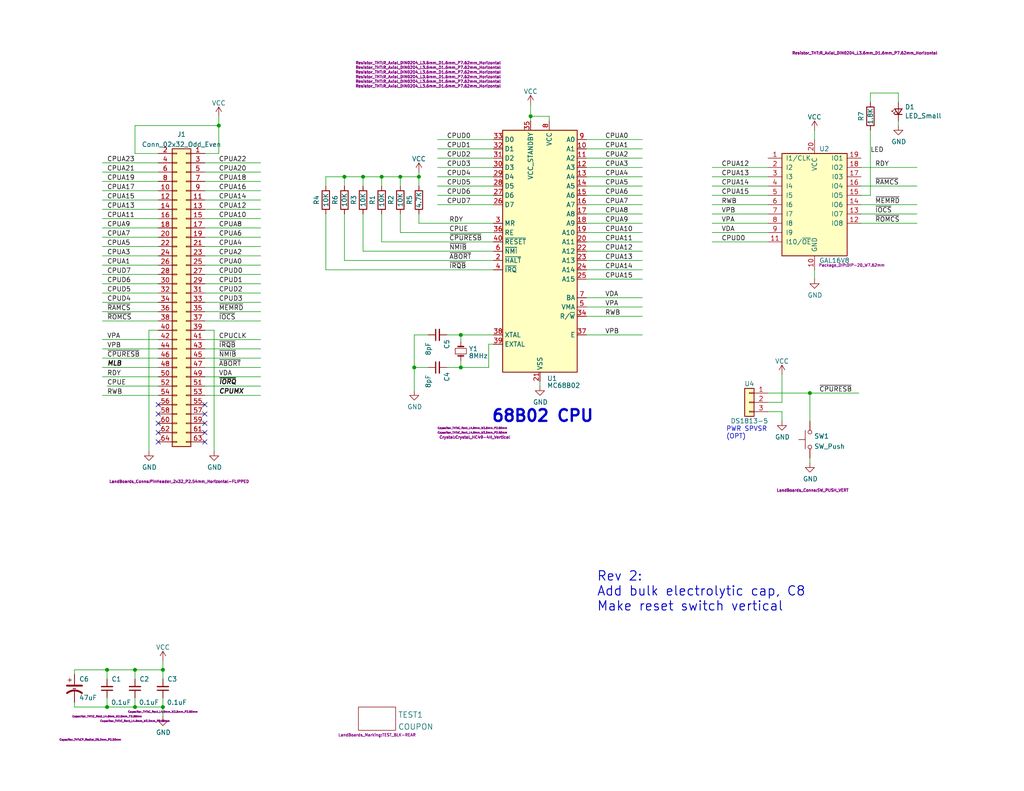
<source format=kicad_sch>
(kicad_sch (version 20231120) (generator "eeschema") (generator_version "8.0")
  (paper "A")
  (title_block (title "LB-6802-01") (date "2024-09-12") (rev "2") (company "Land Boards LLC"))
  (lib_symbols
    (symbol "CPU_NXP_6800:MC68B02"
      (property "Reference" "U" (at -8.89 34.29 0))
      (property "Value" "MC68B02" (at 10.16 34.29 0))
      (symbol "MC68B02_0_1"
        (rectangle (start -10.16 -33.02) (end 10.16 33.02) (stroke (width 0.254)) (fill (type background)))
      )
      (symbol "MC68B02_1_1"
        (pin passive line (at 0 -35.56 90) (length 2.54) hide (name "VSS") (number "1"))
        (pin output line (at 12.7 27.94 180) (length 2.54) (name "A1") (number "10"))
        (pin output line (at 12.7 25.4 180) (length 2.54) (name "A2") (number "11"))
        (pin output line (at 12.7 22.86 180) (length 2.54) (name "A3") (number "12"))
        (pin output line (at 12.7 20.32 180) (length 2.54) (name "A4") (number "13"))
        (pin output line (at 12.7 17.78 180) (length 2.54) (name "A5") (number "14"))
        (pin output line (at 12.7 15.24 180) (length 2.54) (name "A6") (number "15"))
        (pin output line (at 12.7 12.7 180) (length 2.54) (name "A7") (number "16"))
        (pin output line (at 12.7 10.16 180) (length 2.54) (name "A8") (number "17"))
        (pin output line (at 12.7 7.62 180) (length 2.54) (name "A9") (number "18"))
        (pin output line (at 12.7 5.08 180) (length 2.54) (name "A10") (number "19"))
        (pin input line (at -12.7 -2.54 0) (length 2.54) (name "~{HALT}") (number "2"))
        (pin output line (at 12.7 2.54 180) (length 2.54) (name "A11") (number "20"))
        (pin power_in line (at 0 -35.56 90) (length 2.54) (name "VSS") (number "21"))
        (pin output line (at 12.7 0 180) (length 2.54) (name "A12") (number "22"))
        (pin output line (at 12.7 -2.54 180) (length 2.54) (name "A13") (number "23"))
        (pin output line (at 12.7 -5.08 180) (length 2.54) (name "A14") (number "24"))
        (pin output line (at 12.7 -7.62 180) (length 2.54) (name "A15") (number "25"))
        (pin bidirectional line (at -12.7 12.7 0) (length 2.54) (name "D7") (number "26"))
        (pin bidirectional line (at -12.7 15.24 0) (length 2.54) (name "D6") (number "27"))
        (pin bidirectional line (at -12.7 17.78 0) (length 2.54) (name "D5") (number "28"))
        (pin bidirectional line (at -12.7 20.32 0) (length 2.54) (name "D4") (number "29"))
        (pin input line (at -12.7 7.62 0) (length 2.54) (name "MR") (number "3"))
        (pin bidirectional line (at -12.7 22.86 0) (length 2.54) (name "D3") (number "30"))
        (pin bidirectional line (at -12.7 25.4 0) (length 2.54) (name "D2") (number "31"))
        (pin bidirectional line (at -12.7 27.94 0) (length 2.54) (name "D1") (number "32"))
        (pin bidirectional line (at -12.7 30.48 0) (length 2.54) (name "D0") (number "33"))
        (pin output line (at 12.7 -17.78 180) (length 2.54) (name "R/~{W}") (number "34"))
        (pin power_in line (at -2.54 35.56 270) (length 2.54) (name "VCC_STANDBY") (number "35"))
        (pin input line (at -12.7 5.08 0) (length 2.54) (name "RE") (number "36"))
        (pin output line (at 12.7 -22.86 180) (length 2.54) (name "E") (number "37"))
        (pin passive line (at -12.7 -22.86 0) (length 2.54) (name "XTAL") (number "38"))
        (pin passive line (at -12.7 -25.4 0) (length 2.54) (name "EXTAL") (number "39"))
        (pin input line (at -12.7 -5.08 0) (length 2.54) (name "~{IRQ}") (number "4"))
        (pin input line (at -12.7 2.54 0) (length 2.54) (name "~{RESET}") (number "40"))
        (pin output line (at 12.7 -15.24 180) (length 2.54) (name "VMA") (number "5"))
        (pin input line (at -12.7 0 0) (length 2.54) (name "~{NMI}") (number "6"))
        (pin output line (at 12.7 -12.7 180) (length 2.54) (name "BA") (number "7"))
        (pin power_in line (at 2.54 35.56 270) (length 2.54) (name "VCC") (number "8"))
        (pin output line (at 12.7 30.48 180) (length 2.54) (name "A0") (number "9"))
      )
    )
    (symbol "Connector_Generic:Conn_01x03" (pin_names (offset 1.016) hide)
      (property "Reference" "J" (at 0 5.08 0))
      (property "Value" "Conn_01x03" (at 0 -5.08 0))
      (symbol "Conn_01x03_1_1"
        (rectangle (start -1.27 -2.413) (end 0 -2.667) (stroke (width 0.1524)))
        (rectangle (start -1.27 0.127) (end 0 -0.127) (stroke (width 0.1524)))
        (rectangle (start -1.27 2.667) (end 0 2.413) (stroke (width 0.1524)))
        (rectangle (start -1.27 3.81) (end 1.27 -3.81) (stroke (width 0.254)) (fill (type background)))
        (pin passive line (at -5.08 2.54 0) (length 3.81) (name "Pin_1") (number "1"))
        (pin passive line (at -5.08 0 0) (length 3.81) (name "Pin_2") (number "2"))
        (pin passive line (at -5.08 -2.54 0) (length 3.81) (name "Pin_3") (number "3"))
      )
    )
    (symbol "Connector_Generic:Conn_02x32_Odd_Even" (pin_names (offset 1.016) hide)
      (property "Reference" "J" (at 1.27 40.64 0))
      (property "Value" "Conn_02x32_Odd_Even" (at 1.27 -43.18 0))
      (symbol "Conn_02x32_Odd_Even_1_1"
        (rectangle (start -1.27 -40.513) (end 0 -40.767) (stroke (width 0.1524)))
        (rectangle (start -1.27 -37.973) (end 0 -38.227) (stroke (width 0.1524)))
        (rectangle (start -1.27 -35.433) (end 0 -35.687) (stroke (width 0.1524)))
        (rectangle (start -1.27 -32.893) (end 0 -33.147) (stroke (width 0.1524)))
        (rectangle (start -1.27 -30.353) (end 0 -30.607) (stroke (width 0.1524)))
        (rectangle (start -1.27 -27.813) (end 0 -28.067) (stroke (width 0.1524)))
        (rectangle (start -1.27 -25.273) (end 0 -25.527) (stroke (width 0.1524)))
        (rectangle (start -1.27 -22.733) (end 0 -22.987) (stroke (width 0.1524)))
        (rectangle (start -1.27 -20.193) (end 0 -20.447) (stroke (width 0.1524)))
        (rectangle (start -1.27 -17.653) (end 0 -17.907) (stroke (width 0.1524)))
        (rectangle (start -1.27 -15.113) (end 0 -15.367) (stroke (width 0.1524)))
        (rectangle (start -1.27 -12.573) (end 0 -12.827) (stroke (width 0.1524)))
        (rectangle (start -1.27 -10.033) (end 0 -10.287) (stroke (width 0.1524)))
        (rectangle (start -1.27 -7.493) (end 0 -7.747) (stroke (width 0.1524)))
        (rectangle (start -1.27 -4.953) (end 0 -5.207) (stroke (width 0.1524)))
        (rectangle (start -1.27 -2.413) (end 0 -2.667) (stroke (width 0.1524)))
        (rectangle (start -1.27 0.127) (end 0 -0.127) (stroke (width 0.1524)))
        (rectangle (start -1.27 2.667) (end 0 2.413) (stroke (width 0.1524)))
        (rectangle (start -1.27 5.207) (end 0 4.953) (stroke (width 0.1524)))
        (rectangle (start -1.27 7.747) (end 0 7.493) (stroke (width 0.1524)))
        (rectangle (start -1.27 10.287) (end 0 10.033) (stroke (width 0.1524)))
        (rectangle (start -1.27 12.827) (end 0 12.573) (stroke (width 0.1524)))
        (rectangle (start -1.27 15.367) (end 0 15.113) (stroke (width 0.1524)))
        (rectangle (start -1.27 17.907) (end 0 17.653) (stroke (width 0.1524)))
        (rectangle (start -1.27 20.447) (end 0 20.193) (stroke (width 0.1524)))
        (rectangle (start -1.27 22.987) (end 0 22.733) (stroke (width 0.1524)))
        (rectangle (start -1.27 25.527) (end 0 25.273) (stroke (width 0.1524)))
        (rectangle (start -1.27 28.067) (end 0 27.813) (stroke (width 0.1524)))
        (rectangle (start -1.27 30.607) (end 0 30.353) (stroke (width 0.1524)))
        (rectangle (start -1.27 33.147) (end 0 32.893) (stroke (width 0.1524)))
        (rectangle (start -1.27 35.687) (end 0 35.433) (stroke (width 0.1524)))
        (rectangle (start -1.27 38.227) (end 0 37.973) (stroke (width 0.1524)))
        (rectangle (start -1.27 39.37) (end 3.81 -41.91) (stroke (width 0.254)) (fill (type background)))
        (rectangle (start 3.81 -40.513) (end 2.54 -40.767) (stroke (width 0.1524)))
        (rectangle (start 3.81 -37.973) (end 2.54 -38.227) (stroke (width 0.1524)))
        (rectangle (start 3.81 -35.433) (end 2.54 -35.687) (stroke (width 0.1524)))
        (rectangle (start 3.81 -32.893) (end 2.54 -33.147) (stroke (width 0.1524)))
        (rectangle (start 3.81 -30.353) (end 2.54 -30.607) (stroke (width 0.1524)))
        (rectangle (start 3.81 -27.813) (end 2.54 -28.067) (stroke (width 0.1524)))
        (rectangle (start 3.81 -25.273) (end 2.54 -25.527) (stroke (width 0.1524)))
        (rectangle (start 3.81 -22.733) (end 2.54 -22.987) (stroke (width 0.1524)))
        (rectangle (start 3.81 -20.193) (end 2.54 -20.447) (stroke (width 0.1524)))
        (rectangle (start 3.81 -17.653) (end 2.54 -17.907) (stroke (width 0.1524)))
        (rectangle (start 3.81 -15.113) (end 2.54 -15.367) (stroke (width 0.1524)))
        (rectangle (start 3.81 -12.573) (end 2.54 -12.827) (stroke (width 0.1524)))
        (rectangle (start 3.81 -10.033) (end 2.54 -10.287) (stroke (width 0.1524)))
        (rectangle (start 3.81 -7.493) (end 2.54 -7.747) (stroke (width 0.1524)))
        (rectangle (start 3.81 -4.953) (end 2.54 -5.207) (stroke (width 0.1524)))
        (rectangle (start 3.81 -2.413) (end 2.54 -2.667) (stroke (width 0.1524)))
        (rectangle (start 3.81 0.127) (end 2.54 -0.127) (stroke (width 0.1524)))
        (rectangle (start 3.81 2.667) (end 2.54 2.413) (stroke (width 0.1524)))
        (rectangle (start 3.81 5.207) (end 2.54 4.953) (stroke (width 0.1524)))
        (rectangle (start 3.81 7.747) (end 2.54 7.493) (stroke (width 0.1524)))
        (rectangle (start 3.81 10.287) (end 2.54 10.033) (stroke (width 0.1524)))
        (rectangle (start 3.81 12.827) (end 2.54 12.573) (stroke (width 0.1524)))
        (rectangle (start 3.81 15.367) (end 2.54 15.113) (stroke (width 0.1524)))
        (rectangle (start 3.81 17.907) (end 2.54 17.653) (stroke (width 0.1524)))
        (rectangle (start 3.81 20.447) (end 2.54 20.193) (stroke (width 0.1524)))
        (rectangle (start 3.81 22.987) (end 2.54 22.733) (stroke (width 0.1524)))
        (rectangle (start 3.81 25.527) (end 2.54 25.273) (stroke (width 0.1524)))
        (rectangle (start 3.81 28.067) (end 2.54 27.813) (stroke (width 0.1524)))
        (rectangle (start 3.81 30.607) (end 2.54 30.353) (stroke (width 0.1524)))
        (rectangle (start 3.81 33.147) (end 2.54 32.893) (stroke (width 0.1524)))
        (rectangle (start 3.81 35.687) (end 2.54 35.433) (stroke (width 0.1524)))
        (rectangle (start 3.81 38.227) (end 2.54 37.973) (stroke (width 0.1524)))
        (pin passive line (at -5.08 38.1 0) (length 3.81) (name "Pin_1") (number "1"))
        (pin passive line (at 7.62 27.94 180) (length 3.81) (name "Pin_10") (number "10"))
        (pin passive line (at -5.08 25.4 0) (length 3.81) (name "Pin_11") (number "11"))
        (pin passive line (at 7.62 25.4 180) (length 3.81) (name "Pin_12") (number "12"))
        (pin passive line (at -5.08 22.86 0) (length 3.81) (name "Pin_13") (number "13"))
        (pin passive line (at 7.62 22.86 180) (length 3.81) (name "Pin_14") (number "14"))
        (pin passive line (at -5.08 20.32 0) (length 3.81) (name "Pin_15") (number "15"))
        (pin passive line (at 7.62 20.32 180) (length 3.81) (name "Pin_16") (number "16"))
        (pin passive line (at -5.08 17.78 0) (length 3.81) (name "Pin_17") (number "17"))
        (pin passive line (at 7.62 17.78 180) (length 3.81) (name "Pin_18") (number "18"))
        (pin passive line (at -5.08 15.24 0) (length 3.81) (name "Pin_19") (number "19"))
        (pin passive line (at 7.62 38.1 180) (length 3.81) (name "Pin_2") (number "2"))
        (pin passive line (at 7.62 15.24 180) (length 3.81) (name "Pin_20") (number "20"))
        (pin passive line (at -5.08 12.7 0) (length 3.81) (name "Pin_21") (number "21"))
        (pin passive line (at 7.62 12.7 180) (length 3.81) (name "Pin_22") (number "22"))
        (pin passive line (at -5.08 10.16 0) (length 3.81) (name "Pin_23") (number "23"))
        (pin passive line (at 7.62 10.16 180) (length 3.81) (name "Pin_24") (number "24"))
        (pin passive line (at -5.08 7.62 0) (length 3.81) (name "Pin_25") (number "25"))
        (pin passive line (at 7.62 7.62 180) (length 3.81) (name "Pin_26") (number "26"))
        (pin passive line (at -5.08 5.08 0) (length 3.81) (name "Pin_27") (number "27"))
        (pin passive line (at 7.62 5.08 180) (length 3.81) (name "Pin_28") (number "28"))
        (pin passive line (at -5.08 2.54 0) (length 3.81) (name "Pin_29") (number "29"))
        (pin passive line (at -5.08 35.56 0) (length 3.81) (name "Pin_3") (number "3"))
        (pin passive line (at 7.62 2.54 180) (length 3.81) (name "Pin_30") (number "30"))
        (pin passive line (at -5.08 0 0) (length 3.81) (name "Pin_31") (number "31"))
        (pin passive line (at 7.62 0 180) (length 3.81) (name "Pin_32") (number "32"))
        (pin passive line (at -5.08 -2.54 0) (length 3.81) (name "Pin_33") (number "33"))
        (pin passive line (at 7.62 -2.54 180) (length 3.81) (name "Pin_34") (number "34"))
        (pin passive line (at -5.08 -5.08 0) (length 3.81) (name "Pin_35") (number "35"))
        (pin passive line (at 7.62 -5.08 180) (length 3.81) (name "Pin_36") (number "36"))
        (pin passive line (at -5.08 -7.62 0) (length 3.81) (name "Pin_37") (number "37"))
        (pin passive line (at 7.62 -7.62 180) (length 3.81) (name "Pin_38") (number "38"))
        (pin passive line (at -5.08 -10.16 0) (length 3.81) (name "Pin_39") (number "39"))
        (pin passive line (at 7.62 35.56 180) (length 3.81) (name "Pin_4") (number "4"))
        (pin passive line (at 7.62 -10.16 180) (length 3.81) (name "Pin_40") (number "40"))
        (pin passive line (at -5.08 -12.7 0) (length 3.81) (name "Pin_41") (number "41"))
        (pin passive line (at 7.62 -12.7 180) (length 3.81) (name "Pin_42") (number "42"))
        (pin passive line (at -5.08 -15.24 0) (length 3.81) (name "Pin_43") (number "43"))
        (pin passive line (at 7.62 -15.24 180) (length 3.81) (name "Pin_44") (number "44"))
        (pin passive line (at -5.08 -17.78 0) (length 3.81) (name "Pin_45") (number "45"))
        (pin passive line (at 7.62 -17.78 180) (length 3.81) (name "Pin_46") (number "46"))
        (pin passive line (at -5.08 -20.32 0) (length 3.81) (name "Pin_47") (number "47"))
        (pin passive line (at 7.62 -20.32 180) (length 3.81) (name "Pin_48") (number "48"))
        (pin passive line (at -5.08 -22.86 0) (length 3.81) (name "Pin_49") (number "49"))
        (pin passive line (at -5.08 33.02 0) (length 3.81) (name "Pin_5") (number "5"))
        (pin passive line (at 7.62 -22.86 180) (length 3.81) (name "Pin_50") (number "50"))
        (pin passive line (at -5.08 -25.4 0) (length 3.81) (name "Pin_51") (number "51"))
        (pin passive line (at 7.62 -25.4 180) (length 3.81) (name "Pin_52") (number "52"))
        (pin passive line (at -5.08 -27.94 0) (length 3.81) (name "Pin_53") (number "53"))
        (pin passive line (at 7.62 -27.94 180) (length 3.81) (name "Pin_54") (number "54"))
        (pin passive line (at -5.08 -30.48 0) (length 3.81) (name "Pin_55") (number "55"))
        (pin passive line (at 7.62 -30.48 180) (length 3.81) (name "Pin_56") (number "56"))
        (pin passive line (at -5.08 -33.02 0) (length 3.81) (name "Pin_57") (number "57"))
        (pin passive line (at 7.62 -33.02 180) (length 3.81) (name "Pin_58") (number "58"))
        (pin passive line (at -5.08 -35.56 0) (length 3.81) (name "Pin_59") (number "59"))
        (pin passive line (at 7.62 33.02 180) (length 3.81) (name "Pin_6") (number "6"))
        (pin passive line (at 7.62 -35.56 180) (length 3.81) (name "Pin_60") (number "60"))
        (pin passive line (at -5.08 -38.1 0) (length 3.81) (name "Pin_61") (number "61"))
        (pin passive line (at 7.62 -38.1 180) (length 3.81) (name "Pin_62") (number "62"))
        (pin passive line (at -5.08 -40.64 0) (length 3.81) (name "Pin_63") (number "63"))
        (pin passive line (at 7.62 -40.64 180) (length 3.81) (name "Pin_64") (number "64"))
        (pin passive line (at -5.08 30.48 0) (length 3.81) (name "Pin_7") (number "7"))
        (pin passive line (at 7.62 30.48 180) (length 3.81) (name "Pin_8") (number "8"))
        (pin passive line (at -5.08 27.94 0) (length 3.81) (name "Pin_9") (number "9"))
      )
    )
    (symbol "Device:CP1" (pin_numbers hide) (pin_names (offset 0.254) hide)
      (property "Reference" "C" (at 0.635 2.54 0))
      (property "Value" "Device_CP1" (at 0.635 -2.54 0))
      (symbol "CP1_0_1"
        (polyline (pts (xy -2.032 0.762) (xy 2.032 0.762)) (stroke (width 0.508)))
        (polyline (pts (xy -1.778 2.286) (xy -0.762 2.286)))
        (polyline (pts (xy -1.27 1.778) (xy -1.27 2.794)))
        (arc (start 2.032 -1.27) (mid 0 -0.5572) (end -2.032 -1.27) (stroke (width 0.508)))
      )
      (symbol "CP1_1_1"
        (pin passive line (at 0 3.81 270) (length 2.794) (name "~") (number "1"))
        (pin passive line (at 0 -3.81 90) (length 3.302) (name "~") (number "2"))
      )
    )
    (symbol "Device:C_Small" (pin_numbers hide) (pin_names (offset 0.254) hide)
      (property "Reference" "C" (at 0.254 1.778 0))
      (property "Value" "C_Small" (at 0.254 -2.032 0))
      (symbol "C_Small_0_1"
        (polyline (pts (xy -1.524 -0.508) (xy 1.524 -0.508)) (stroke (width 0.3302)))
        (polyline (pts (xy -1.524 0.508) (xy 1.524 0.508)) (stroke (width 0.3048)))
      )
      (symbol "C_Small_1_1"
        (pin passive line (at 0 2.54 270) (length 2.032) (name "~") (number "1"))
        (pin passive line (at 0 -2.54 90) (length 2.032) (name "~") (number "2"))
      )
    )
    (symbol "Device:Crystal_Small" (pin_numbers hide) (pin_names (offset 1.016) hide)
      (property "Reference" "Y" (at 0 2.54 0))
      (property "Value" "Crystal_Small" (at 0 -2.54 0))
      (symbol "Crystal_Small_0_1"
        (rectangle (start -0.762 -1.524) (end 0.762 1.524))
        (polyline (pts (xy -1.27 -0.762) (xy -1.27 0.762)) (stroke (width 0.381)))
        (polyline (pts (xy 1.27 -0.762) (xy 1.27 0.762)) (stroke (width 0.381)))
      )
      (symbol "Crystal_Small_1_1"
        (pin passive line (at -2.54 0 0) (length 1.27) (name "1") (number "1"))
        (pin passive line (at 2.54 0 180) (length 1.27) (name "2") (number "2"))
      )
    )
    (symbol "Device:LED_Small" (pin_numbers hide) (pin_names (offset 0.254) hide)
      (property "Reference" "D" (at -1.27 3.175 0))
      (property "Value" "LED_Small" (at -4.445 -2.54 0))
      (symbol "LED_Small_0_1"
        (polyline (pts (xy -0.762 -1.016) (xy -0.762 1.016)) (stroke (width 0.254)))
        (polyline (pts (xy 1.016 0) (xy -0.762 0)))
        (polyline (pts (xy 0.762 -1.016) (xy -0.762 0) (xy 0.762 1.016) (xy 0.762 -1.016)) (stroke (width 0.254)))
        (polyline (pts (xy 0 0.762) (xy -0.508 1.27) (xy -0.254 1.27) (xy -0.508 1.27) (xy -0.508 1.016)))
        (polyline (pts (xy 0.508 1.27) (xy 0 1.778) (xy 0.254 1.778) (xy 0 1.778) (xy 0 1.524)))
      )
      (symbol "LED_Small_1_1"
        (pin passive line (at -2.54 0 0) (length 1.778) (name "K") (number "1"))
        (pin passive line (at 2.54 0 180) (length 1.778) (name "A") (number "2"))
      )
    )
    (symbol "Device:R" (pin_numbers hide) (pin_names (offset 0))
      (property "Reference" "R" (at 2.032 0 90))
      (property "Value" "R" (at 0 0 90))
      (symbol "R_0_1"
        (rectangle (start -1.016 -2.54) (end 1.016 2.54) (stroke (width 0.254)))
      )
      (symbol "R_1_1"
        (pin passive line (at 0 3.81 270) (length 1.27) (name "~") (number "1"))
        (pin passive line (at 0 -3.81 90) (length 1.27) (name "~") (number "2"))
      )
    )
    (symbol "LandBoards:COUPON" (pin_names (offset 1.016))
      (property "Reference" "COUP?" (at 0 0 0))
      (property "Value" "COUPON" (at 0 0 0))
      (symbol "COUPON_0_1"
        (rectangle (start -5.08 0) (end 5.08 6.35))
      )
    )
    (symbol "Logic_Programmable:GAL16V8" (pin_names (offset 1.016))
      (property "Reference" "U" (at -8.89 16.51 0))
      (property "Value" "GAL16V8" (at 1.27 16.51 0))
      (symbol "GAL16V8_0_0"
        (pin power_in line (at 0 -17.78 90) (length 3.81) (name "GND") (number "10"))
        (pin power_in line (at 0 17.78 270) (length 3.81) (name "VCC") (number "20"))
      )
      (symbol "GAL16V8_0_1"
        (rectangle (start -8.89 13.97) (end 8.89 -13.97) (stroke (width 0.254)) (fill (type background)))
      )
      (symbol "GAL16V8_1_1"
        (pin input line (at -12.7 12.7 0) (length 3.81) (name "I1/CLK") (number "1"))
        (pin input line (at -12.7 -10.16 0) (length 3.81) (name "I10/~{OE}") (number "11"))
        (pin tri_state line (at 12.7 -5.08 180) (length 3.81) (name "IO8") (number "12"))
        (pin tri_state line (at 12.7 -2.54 180) (length 3.81) (name "IO7") (number "13"))
        (pin tri_state line (at 12.7 0 180) (length 3.81) (name "IO6") (number "14"))
        (pin tri_state line (at 12.7 2.54 180) (length 3.81) (name "IO5") (number "15"))
        (pin tri_state line (at 12.7 5.08 180) (length 3.81) (name "IO4") (number "16"))
        (pin tri_state line (at 12.7 7.62 180) (length 3.81) (name "I03") (number "17"))
        (pin tri_state line (at 12.7 10.16 180) (length 3.81) (name "IO2") (number "18"))
        (pin tri_state line (at 12.7 12.7 180) (length 3.81) (name "IO1") (number "19"))
        (pin input line (at -12.7 10.16 0) (length 3.81) (name "I2") (number "2"))
        (pin input line (at -12.7 7.62 0) (length 3.81) (name "I3") (number "3"))
        (pin input line (at -12.7 5.08 0) (length 3.81) (name "I4") (number "4"))
        (pin input line (at -12.7 2.54 0) (length 3.81) (name "I5") (number "5"))
        (pin input line (at -12.7 0 0) (length 3.81) (name "I6") (number "6"))
        (pin input line (at -12.7 -2.54 0) (length 3.81) (name "I7") (number "7"))
        (pin input line (at -12.7 -5.08 0) (length 3.81) (name "I8") (number "8"))
        (pin input line (at -12.7 -7.62 0) (length 3.81) (name "I9") (number "9"))
      )
    )
    (symbol "Switch:SW_Push" (pin_numbers hide) (pin_names (offset 1.016) hide)
      (property "Reference" "SW" (at 1.27 2.54 0))
      (property "Value" "SW_Push" (at 0 -1.524 0))
      (symbol "SW_Push_0_1"
        (circle (center -2.032 0) (radius 0.508))
        (polyline (pts (xy 0 1.27) (xy 0 3.048)))
        (polyline (pts (xy 2.54 1.27) (xy -2.54 1.27)))
        (circle (center 2.032 0) (radius 0.508))
        (pin passive line (at -5.08 0 0) (length 2.54) (name "1") (number "1"))
        (pin passive line (at 5.08 0 180) (length 2.54) (name "2") (number "2"))
      )
    )
    (symbol "power:GND" (power) (pin_names (offset 0))
      (property "Value" "GND" (at 0 -3.81 0))
      (symbol "GND_0_1"
        (polyline (pts (xy 0 0) (xy 0 -1.27) (xy 1.27 -1.27) (xy 0 -2.54) (xy -1.27 -1.27) (xy 0 -1.27)))
      )
      (symbol "GND_1_1"
        (pin power_in line (at 0 0 270) (length 0) hide (name "GND") (number "1"))
      )
    )
    (symbol "power:VCC" (power) (pin_names (offset 0))
      (property "Value" "VCC" (at 0 3.81 0))
      (symbol "VCC_0_1"
        (polyline (pts (xy -0.762 1.27) (xy 0 2.54)))
        (polyline (pts (xy 0 0) (xy 0 2.54)))
        (polyline (pts (xy 0 2.54) (xy 0.762 1.27)))
      )
      (symbol "VCC_1_1"
        (pin power_in line (at 0 0 90) (length 0) hide (name "VCC") (number "1"))
      )
    )
  )
  (junction (at 44.45 193.04))
  (junction (at 93.98 48.26))
  (junction (at 113.03 100.33))
  (junction (at 109.22 48.26))
  (junction (at 104.14 48.26))
  (junction (at 29.21 193.04))
  (junction (at 44.45 182.88))
  (junction (at 125.73 100.33))
  (junction (at 36.83 182.88))
  (junction (at 99.06 48.26))
  (junction (at 36.83 193.04))
  (junction (at 125.73 91.44))
  (junction (at 114.3 48.26))
  (junction (at 144.78 31.75))
  (junction (at 59.69 34.29))
  (junction (at 29.21 182.88))
  (junction (at 220.98 107.315))
  (no_connect (at 55.88 110.49))
  (no_connect (at 43.18 110.49))
  (no_connect (at 55.88 115.57))
  (no_connect (at 55.88 113.03))
  (no_connect (at 43.18 120.65))
  (no_connect (at 55.88 120.65))
  (no_connect (at 43.18 113.03))
  (no_connect (at 43.18 115.57))
  (no_connect (at 43.18 118.11))
  (no_connect (at 55.88 118.11))
  (wire (pts (xy 40.64 90.17) (xy 40.64 123.19)))
  (wire (pts (xy 20.32 193.04) (xy 20.32 191.77)))
  (wire (pts (xy 88.9 73.66) (xy 134.62 73.66)))
  (wire (pts (xy 114.3 48.26) (xy 114.3 50.8)))
  (wire (pts (xy 160.02 55.88) (xy 175.26 55.88)))
  (wire (pts (xy 194.31 63.5) (xy 209.55 63.5)))
  (wire (pts (xy 27.94 97.79) (xy 43.18 97.79)))
  (wire (pts (xy 55.88 49.53) (xy 71.12 49.53)))
  (wire (pts (xy 27.94 74.93) (xy 43.18 74.93)))
  (wire (pts (xy 114.3 60.96) (xy 134.62 60.96)))
  (wire (pts (xy 44.45 185.42) (xy 44.45 182.88)))
  (wire (pts (xy 55.88 52.07) (xy 71.12 52.07)))
  (wire (pts (xy 119.38 53.34) (xy 134.62 53.34)))
  (wire (pts (xy 104.14 66.04) (xy 104.14 58.42)))
  (wire (pts (xy 59.69 41.91) (xy 59.69 34.29)))
  (wire (pts (xy 160.02 68.58) (xy 175.26 68.58)))
  (wire (pts (xy 160.02 60.96) (xy 175.26 60.96)))
  (wire (pts (xy 55.88 67.31) (xy 71.12 67.31)))
  (wire (pts (xy 99.06 58.42) (xy 99.06 68.58)))
  (wire (pts (xy 59.69 34.29) (xy 36.83 34.29)))
  (wire (pts (xy 20.32 182.88) (xy 29.21 182.88)))
  (wire (pts (xy 234.95 45.72) (xy 250.19 45.72)))
  (wire (pts (xy 194.31 50.8) (xy 209.55 50.8)))
  (wire (pts (xy 55.88 72.39) (xy 71.12 72.39)))
  (wire (pts (xy 194.31 48.26) (xy 209.55 48.26)))
  (wire (pts (xy 55.88 54.61) (xy 71.12 54.61)))
  (wire (pts (xy 220.98 107.315) (xy 220.98 114.935)))
  (wire (pts (xy 220.98 125.095) (xy 220.98 126.365)))
  (wire (pts (xy 40.64 90.17) (xy 43.18 90.17)))
  (wire (pts (xy 27.94 62.23) (xy 43.18 62.23)))
  (wire (pts (xy 55.88 41.91) (xy 59.69 41.91)))
  (wire (pts (xy 194.31 66.04) (xy 209.55 66.04)))
  (wire (pts (xy 234.95 60.96) (xy 250.19 60.96)))
  (wire (pts (xy 220.98 107.315) (xy 234.315 107.315)))
  (wire (pts (xy 93.98 71.12) (xy 134.62 71.12)))
  (wire (pts (xy 27.94 77.47) (xy 43.18 77.47)))
  (wire (pts (xy 27.94 59.69) (xy 43.18 59.69)))
  (wire (pts (xy 245.11 33.02) (xy 245.11 34.29)))
  (wire (pts (xy 44.45 190.5) (xy 44.45 193.04)))
  (wire (pts (xy 36.83 190.5) (xy 36.83 193.04)))
  (wire (pts (xy 99.06 48.26) (xy 99.06 50.8)))
  (wire (pts (xy 55.88 100.33) (xy 71.12 100.33)))
  (wire (pts (xy 27.94 72.39) (xy 43.18 72.39)))
  (wire (pts (xy 27.94 52.07) (xy 43.18 52.07)))
  (wire (pts (xy 113.03 91.44) (xy 113.03 100.33)))
  (wire (pts (xy 160.02 71.12) (xy 175.26 71.12)))
  (wire (pts (xy 55.88 102.87) (xy 71.12 102.87)))
  (wire (pts (xy 55.88 59.69) (xy 71.12 59.69)))
  (wire (pts (xy 59.69 34.29) (xy 59.69 31.75)))
  (wire (pts (xy 160.02 81.28) (xy 175.26 81.28)))
  (wire (pts (xy 36.83 41.91) (xy 43.18 41.91)))
  (wire (pts (xy 209.55 109.855) (xy 213.36 109.855)))
  (wire (pts (xy 55.88 77.47) (xy 71.12 77.47)))
  (wire (pts (xy 222.25 73.66) (xy 222.25 76.2)))
  (wire (pts (xy 237.49 35.56) (xy 237.49 53.34)))
  (wire (pts (xy 55.88 74.93) (xy 71.12 74.93)))
  (wire (pts (xy 27.94 64.77) (xy 43.18 64.77)))
  (wire (pts (xy 144.78 28.575) (xy 144.78 31.75)))
  (wire (pts (xy 88.9 50.8) (xy 88.9 48.26)))
  (wire (pts (xy 121.92 91.44) (xy 125.73 91.44)))
  (wire (pts (xy 109.22 63.5) (xy 134.62 63.5)))
  (wire (pts (xy 234.95 58.42) (xy 250.19 58.42)))
  (wire (pts (xy 29.21 182.88) (xy 36.83 182.88)))
  (wire (pts (xy 55.88 85.09) (xy 71.12 85.09)))
  (wire (pts (xy 160.02 43.18) (xy 175.26 43.18)))
  (wire (pts (xy 113.03 100.33) (xy 116.84 100.33)))
  (wire (pts (xy 133.35 93.98) (xy 133.35 100.33)))
  (wire (pts (xy 160.02 83.82) (xy 175.26 83.82)))
  (wire (pts (xy 160.02 48.26) (xy 175.26 48.26)))
  (wire (pts (xy 144.78 31.75) (xy 149.86 31.75)))
  (wire (pts (xy 55.88 44.45) (xy 71.12 44.45)))
  (wire (pts (xy 125.73 91.44) (xy 125.73 93.345)))
  (wire (pts (xy 55.88 64.77) (xy 71.12 64.77)))
  (wire (pts (xy 58.42 90.17) (xy 58.42 123.19)))
  (wire (pts (xy 93.98 50.8) (xy 93.98 48.26)))
  (wire (pts (xy 88.9 73.66) (xy 88.9 58.42)))
  (wire (pts (xy 160.02 50.8) (xy 175.26 50.8)))
  (wire (pts (xy 88.9 48.26) (xy 93.98 48.26)))
  (wire (pts (xy 109.22 48.26) (xy 109.22 50.8)))
  (wire (pts (xy 109.22 48.26) (xy 114.3 48.26)))
  (wire (pts (xy 27.94 46.99) (xy 43.18 46.99)))
  (wire (pts (xy 116.84 91.44) (xy 113.03 91.44)))
  (wire (pts (xy 149.86 31.75) (xy 149.86 33.02)))
  (wire (pts (xy 99.06 48.26) (xy 104.14 48.26)))
  (wire (pts (xy 27.94 69.85) (xy 43.18 69.85)))
  (wire (pts (xy 125.73 91.44) (xy 134.62 91.44)))
  (wire (pts (xy 119.38 50.8) (xy 134.62 50.8)))
  (wire (pts (xy 133.35 100.33) (xy 125.73 100.33)))
  (wire (pts (xy 119.38 43.18) (xy 134.62 43.18)))
  (wire (pts (xy 27.94 80.01) (xy 43.18 80.01)))
  (wire (pts (xy 119.38 40.64) (xy 134.62 40.64)))
  (wire (pts (xy 55.88 90.17) (xy 58.42 90.17)))
  (wire (pts (xy 160.02 38.1) (xy 175.26 38.1)))
  (wire (pts (xy 147.32 104.14) (xy 147.32 105.41)))
  (wire (pts (xy 29.21 105.41) (xy 43.18 105.41)))
  (wire (pts (xy 134.62 93.98) (xy 133.35 93.98)))
  (wire (pts (xy 27.94 82.55) (xy 43.18 82.55)))
  (wire (pts (xy 104.14 48.26) (xy 109.22 48.26)))
  (wire (pts (xy 160.02 86.36) (xy 175.26 86.36)))
  (wire (pts (xy 194.31 58.42) (xy 209.55 58.42)))
  (wire (pts (xy 55.88 57.15) (xy 71.12 57.15)))
  (wire (pts (xy 125.73 100.33) (xy 121.92 100.33)))
  (wire (pts (xy 194.31 55.88) (xy 209.55 55.88)))
  (wire (pts (xy 44.45 193.04) (xy 44.45 195.58)))
  (wire (pts (xy 237.49 25.4) (xy 245.11 25.4)))
  (wire (pts (xy 27.94 95.25) (xy 43.18 95.25)))
  (wire (pts (xy 160.02 76.2) (xy 175.26 76.2)))
  (wire (pts (xy 234.95 55.88) (xy 250.19 55.88)))
  (wire (pts (xy 125.73 98.425) (xy 125.73 100.33)))
  (wire (pts (xy 29.21 190.5) (xy 29.21 193.04)))
  (wire (pts (xy 213.36 112.395) (xy 213.36 114.935)))
  (wire (pts (xy 55.88 62.23) (xy 71.12 62.23)))
  (wire (pts (xy 36.83 185.42) (xy 36.83 182.88)))
  (wire (pts (xy 27.94 44.45) (xy 43.18 44.45)))
  (wire (pts (xy 27.94 92.71) (xy 43.18 92.71)))
  (wire (pts (xy 27.94 49.53) (xy 43.18 49.53)))
  (wire (pts (xy 36.83 34.29) (xy 36.83 41.91)))
  (wire (pts (xy 55.88 97.79) (xy 71.12 97.79)))
  (wire (pts (xy 55.88 80.01) (xy 71.12 80.01)))
  (wire (pts (xy 104.14 50.8) (xy 104.14 48.26)))
  (wire (pts (xy 93.98 58.42) (xy 93.98 71.12)))
  (wire (pts (xy 36.83 182.88) (xy 44.45 182.88)))
  (wire (pts (xy 114.3 60.96) (xy 114.3 58.42)))
  (wire (pts (xy 160.02 58.42) (xy 175.26 58.42)))
  (wire (pts (xy 119.38 48.26) (xy 134.62 48.26)))
  (wire (pts (xy 36.83 193.04) (xy 29.21 193.04)))
  (wire (pts (xy 222.25 35.56) (xy 222.25 38.1)))
  (wire (pts (xy 20.32 193.04) (xy 29.21 193.04)))
  (wire (pts (xy 209.55 112.395) (xy 213.36 112.395)))
  (wire (pts (xy 55.88 107.95) (xy 71.12 107.95)))
  (wire (pts (xy 55.88 95.25) (xy 71.12 95.25)))
  (wire (pts (xy 194.31 53.34) (xy 209.55 53.34)))
  (wire (pts (xy 55.88 105.41) (xy 71.12 105.41)))
  (wire (pts (xy 27.94 102.87) (xy 43.18 102.87)))
  (wire (pts (xy 55.88 92.71) (xy 71.12 92.71)))
  (wire (pts (xy 109.22 63.5) (xy 109.22 58.42)))
  (wire (pts (xy 160.02 73.66) (xy 175.26 73.66)))
  (wire (pts (xy 44.45 180.34) (xy 44.45 182.88)))
  (wire (pts (xy 27.94 57.15) (xy 43.18 57.15)))
  (wire (pts (xy 55.88 87.63) (xy 71.12 87.63)))
  (wire (pts (xy 194.31 60.96) (xy 209.55 60.96)))
  (wire (pts (xy 237.49 27.94) (xy 237.49 25.4)))
  (wire (pts (xy 144.78 31.75) (xy 144.78 33.02)))
  (wire (pts (xy 113.03 100.33) (xy 113.03 106.68)))
  (wire (pts (xy 93.98 48.26) (xy 99.06 48.26)))
  (wire (pts (xy 55.88 69.85) (xy 71.12 69.85)))
  (wire (pts (xy 160.02 91.44) (xy 175.26 91.44)))
  (wire (pts (xy 119.38 55.88) (xy 134.62 55.88)))
  (wire (pts (xy 213.36 102.235) (xy 213.36 109.855)))
  (wire (pts (xy 245.11 25.4) (xy 245.11 27.94)))
  (wire (pts (xy 27.94 87.63) (xy 43.18 87.63)))
  (wire (pts (xy 27.94 107.95) (xy 43.18 107.95)))
  (wire (pts (xy 160.02 63.5) (xy 175.26 63.5)))
  (wire (pts (xy 55.88 46.99) (xy 71.12 46.99)))
  (wire (pts (xy 44.45 193.04) (xy 36.83 193.04)))
  (wire (pts (xy 27.94 100.33) (xy 43.18 100.33)))
  (wire (pts (xy 194.31 45.72) (xy 209.55 45.72)))
  (wire (pts (xy 114.3 46.99) (xy 114.3 48.26)))
  (wire (pts (xy 237.49 53.34) (xy 234.95 53.34)))
  (wire (pts (xy 160.02 45.72) (xy 175.26 45.72)))
  (wire (pts (xy 27.94 67.31) (xy 43.18 67.31)))
  (wire (pts (xy 160.02 66.04) (xy 175.26 66.04)))
  (wire (pts (xy 27.94 85.09) (xy 43.18 85.09)))
  (wire (pts (xy 29.21 185.42) (xy 29.21 182.88)))
  (wire (pts (xy 99.06 68.58) (xy 134.62 68.58)))
  (wire (pts (xy 209.55 107.315) (xy 220.98 107.315)))
  (wire (pts (xy 27.94 54.61) (xy 43.18 54.61)))
  (wire (pts (xy 104.14 66.04) (xy 134.62 66.04)))
  (wire (pts (xy 20.32 182.88) (xy 20.32 184.15)))
  (wire (pts (xy 160.02 40.64) (xy 175.26 40.64)))
  (wire (pts (xy 160.02 53.34) (xy 175.26 53.34)))
  (wire (pts (xy 119.38 45.72) (xy 134.62 45.72)))
  (wire (pts (xy 234.95 50.8) (xy 250.19 50.8)))
  (wire (pts (xy 55.88 82.55) (xy 71.12 82.55)))
  (wire (pts (xy 119.38 38.1) (xy 134.62 38.1)))
  (text "68B02 CPU" (at 133.985 115.57 0) (effects (font (size 3.175 3.175) (thickness 0.635) (bold yes)) (justify left bottom)))
  (text "Rev 2:\nAdd bulk electrolytic cap, C8\nMake reset switch vertical" (at 162.814 161.544 0) (effects (font (size 2.54 2.54) (thickness 0.254) (bold yes)) (justify left)))
  (text "PWR SPVSR\n(OPT)" (at 198.12 120.015 0) (effects (font (size 1.27 1.27)) (justify left bottom)))
  (label "VPA" (at 165.1 83.82 0))
  (label "CPUD6" (at 121.92 53.34 0))
  (label "CPUD3" (at 59.69 82.55 0))
  (label "CPUA22" (at 59.69 44.45 0))
  (label "CPUA14" (at 196.85 50.8 0))
  (label "~{ROMCS}" (at 29.21 87.63 0))
  (label "CPUD0" (at 59.69 74.93 0))
  (label "CPUA9" (at 165.1 60.96 0))
  (label "CPUA1" (at 165.1 40.64 0))
  (label "MLB" (at 29.21 100.33 0) (effects (font (thickness 0.254) (bold yes) (italic yes))))
  (label "~{NMIB}" (at 59.69 97.79 0))
  (label "~{ABORT}" (at 59.69 100.33 0))
  (label "CPUA12" (at 165.1 68.58 0))
  (label "~{IORQ}" (at 59.69 105.41 0) (effects (font (thickness 0.254) (bold yes) (italic yes))))
  (label "CPUA3" (at 165.1 45.72 0))
  (label "CPUA21" (at 29.21 46.99 0))
  (label "CPUA18" (at 59.69 49.53 0))
  (label "CPUA15" (at 165.1 76.2 0))
  (label "RDY" (at 122.555 60.96 0))
  (label "CPUA0" (at 59.69 72.39 0))
  (label "~{CPURESB}" (at 29.21 97.79 0))
  (label "VDA" (at 196.85 63.5 0))
  (label "CPUA1" (at 29.21 72.39 0))
  (label "~{NMIB}" (at 122.555 68.58 0))
  (label "CPUA5" (at 29.21 67.31 0))
  (label "CPUD7" (at 121.92 55.88 0))
  (label "CPUD3" (at 121.92 45.72 0))
  (label "VPB" (at 196.85 58.42 0))
  (label "CPUD4" (at 121.92 48.26 0))
  (label "CPUD7" (at 29.21 74.93 0))
  (label "CPUA4" (at 59.69 67.31 0))
  (label "CPUA10" (at 59.69 59.69 0))
  (label "CPUA6" (at 59.69 64.77 0))
  (label "CPUA8" (at 165.1 58.42 0))
  (label "~{RAMCS}" (at 29.21 85.09 0))
  (label "CPUA11" (at 29.21 59.69 0))
  (label "CPUA2" (at 165.1 43.18 0))
  (label "RWB" (at 196.85 55.88 0))
  (label "CPUA12" (at 59.69 57.15 0))
  (label "CPUD1" (at 59.69 77.47 0))
  (label "VDA" (at 59.69 102.87 0))
  (label "CPUE" (at 29.21 105.41 0))
  (label "CPUA9" (at 29.21 62.23 0))
  (label "CPUD5" (at 29.21 80.01 0))
  (label "CPUA14" (at 165.1 73.66 0))
  (label "CPUD6" (at 29.21 77.47 0))
  (label "~{MEMRD}" (at 238.76 55.88 0))
  (label "CPUA12" (at 196.85 45.72 0))
  (label "VPB" (at 165.1 91.44 0))
  (label "RWB" (at 165.1 86.36 0))
  (label "CPUA10" (at 165.1 63.5 0))
  (label "CPUA7" (at 29.21 64.77 0))
  (label "CPUA19" (at 29.21 49.53 0))
  (label "VPB" (at 29.21 95.25 0))
  (label "CPUMX" (at 59.69 107.95 0) (effects (font (thickness 0.254) (bold yes) (italic yes))))
  (label "~{CPURESB}" (at 223.52 107.315 0))
  (label "VPA" (at 29.21 92.71 0))
  (label "CPUE" (at 122.555 63.5 0))
  (label "CPUD4" (at 29.21 82.55 0))
  (label "CPUD0" (at 196.85 66.04 0))
  (label "CPUA17" (at 29.21 52.07 0))
  (label "CPUA13" (at 29.21 57.15 0))
  (label "CPUD2" (at 121.92 43.18 0))
  (label "CPUCLK" (at 59.69 92.71 0))
  (label "CPUA20" (at 59.69 46.99 0))
  (label "~{MEMRD}" (at 59.69 85.09 0))
  (label "CPUA2" (at 59.69 69.85 0))
  (label "CPUA4" (at 165.1 48.26 0))
  (label "RDY" (at 29.21 102.87 0))
  (label "CPUA13" (at 165.1 71.12 0))
  (label "RWB" (at 29.21 107.95 0))
  (label "CPUA6" (at 165.1 53.34 0))
  (label "CPUD2" (at 59.69 80.01 0))
  (label "CPUA7" (at 165.1 55.88 0))
  (label "~{IRQB}" (at 122.555 73.66 0))
  (label "LED" (at 237.49 41.91 0))
  (label "CPUA15" (at 196.85 53.34 0))
  (label "CPUA5" (at 165.1 50.8 0))
  (label "CPUA23" (at 29.21 44.45 0))
  (label "CPUD0" (at 121.92 38.1 0))
  (label "RDY" (at 238.76 45.72 0))
  (label "~{IOCS}" (at 59.69 87.63 0))
  (label "CPUA11" (at 165.1 66.04 0))
  (label "~{IOCS}" (at 238.76 58.42 0))
  (label "CPUA13" (at 196.85 48.26 0))
  (label "CPUD1" (at 121.92 40.64 0))
  (label "~{RAMCS}" (at 238.76 50.8 0))
  (label "CPUD5" (at 121.92 50.8 0))
  (label "~{ROMCS}" (at 238.76 60.96 0))
  (label "CPUA14" (at 59.69 54.61 0))
  (label "CPUA8" (at 59.69 62.23 0))
  (label "~{IRQB}" (at 59.69 95.25 0))
  (label "CPUA16" (at 59.69 52.07 0))
  (label "CPUA3" (at 29.21 69.85 0))
  (label "VDA" (at 165.1 81.28 0))
  (label "VPA" (at 196.85 60.96 0))
  (label "CPUA0" (at 165.1 38.1 0))
  (label "CPUA15" (at 29.21 54.61 0))
  (label "~{CPURESB}" (at 122.555 66.04 0))
  (label "~{ABORT}" (at 122.555 71.12 0))
  (symbol (lib_id "power:GND") (at 147.32 105.41 0) (unit 1)
    (property "Reference" "#PWR0101" (effects (hide yes)))
    (property "Value" "GND" (at 147.447 109.8042 0))
  )
  (symbol (lib_id "power:VCC") (at 222.25 35.56 0) (unit 1)
    (property "Reference" "#PWR0108" (effects (hide yes)))
    (property "Value" "VCC" (at 222.25 31.9555 0))
  )
  (symbol (lib_id "Switch:SW_Push") (at 220.98 120.015 90) (unit 1)
    (property "Reference" "SW1" (at 222.123 119.1065 90) (effects (justify right)))
    (property "Value" "SW_Push" (at 222.123 121.8816 90) (effects (justify right)))
    (property "Footprint" "LandBoards_Conns:SW_PUSH_VERT" (at 221.742 133.858 90) (effects (font (size 0.762 0.762))))
  )
  (symbol (lib_id "power:VCC") (at 213.36 102.235 0) (unit 1)
    (property "Reference" "#PWR0115" (effects (hide yes)))
    (property "Value" "VCC" (at 213.36 98.6305 0))
  )
  (symbol (lib_id "Logic_Programmable:GAL16V8") (at 222.25 55.88 0) (unit 1)
    (property "Reference" "U2" (at 223.52 40.64 0) (effects (justify left)))
    (property "Value" "GAL16V8" (at 223.52 71.12 0) (effects (justify left)))
    (property "Footprint" "Package_DIP:DIP-20_W7.62mm" (at 232.41 72.39 0) (effects (font (size 0.762 0.762))))
  )
  (symbol (lib_id "power:GND") (at 213.36 114.935 0) (unit 1)
    (property "Reference" "#PWR0114" (effects (hide yes)))
    (property "Value" "GND" (at 213.487 119.3292 0))
  )
  (symbol (lib_id "power:GND") (at 113.03 106.68 0) (unit 1)
    (property "Reference" "#PWR01" (effects (hide yes)))
    (property "Value" "GND" (at 113.157 111.0742 0))
  )
  (symbol (lib_id "Device:C_Small") (at 36.83 187.96 180) (unit 1)
    (property "Reference" "C2" (at 39.37 185.42 0))
    (property "Value" "0.1uF" (at 40.64 191.77 0))
    (property "Footprint" "Capacitor_THT:C_Rect_L4.0mm_W2.5mm_P2.50mm" (at 36.83 196.85 0) (effects (font (size 0.508 0.508))))
  )
  (symbol (lib_id "Device:C_Small") (at 119.38 100.33 90) (unit 1)
    (property "Reference" "C4" (at 121.92 102.87 0))
    (property "Value" "8pF" (at 116.84 104.14 0))
    (property "Footprint" "Capacitor_THT:C_Rect_L4.0mm_W2.5mm_P2.50mm" (at 128.905 116.84 90) (effects (font (size 0.508 0.508))))
  )
  (symbol (lib_id "Device:R") (at 104.14 54.61 0) (unit 1)
    (property "Reference" "R1" (at 101.6 54.61 90))
    (property "Value" "10K" (at 104.14 54.61 90))
    (property "Footprint" "Resistor_THT:R_Axial_DIN0204_L3.6mm_D1.6mm_P7.62mm_Horizontal" (at 116.84 17.145 0) (effects (font (size 0.762 0.762))))
    (property "Datasheet" "https://www.mouser.com/ProductDetail/Xicon/299-2.2K-RC?qs=QaPBMFBEHz3RDbXknTj%252ByA%3D%3D" (effects (hide yes)))
  )
  (symbol (lib_id "Connector_Generic:Conn_01x03") (at 204.47 109.855 0) (mirror y) (unit 1)
    (property "Reference" "U4" (at 204.47 104.775 0))
    (property "Value" "DS1813-5" (at 204.47 114.935 0))
    (property "Footprint" "Package_TO_SOT_THT:TO-92" (effects (hide yes)))
    (property "Datasheet" "https://www.mouser.com/c/?q=DS1813-5" (effects (hide yes)))
  )
  (symbol (lib_id "power:GND") (at 44.45 195.58 0) (unit 1)
    (property "Reference" "#PWR0106" (effects (hide yes)))
    (property "Value" "GND" (at 44.577 199.9742 0))
  )
  (symbol (lib_id "Device:R") (at 237.49 31.75 0) (unit 1)
    (property "Reference" "R7" (at 234.95 31.75 90))
    (property "Value" "1.8K" (at 237.49 31.75 90))
    (property "Footprint" "Resistor_THT:R_Axial_DIN0204_L3.6mm_D1.6mm_P7.62mm_Horizontal" (at 235.966 14.478 0) (effects (font (size 0.762 0.762))))
    (property "Datasheet" "https://www.mouser.com/ProductDetail/Xicon/299-2.2K-RC?qs=QaPBMFBEHz3RDbXknTj%252ByA%3D%3D" (effects (hide yes)))
  )
  (symbol (lib_id "Device:R") (at 88.9 54.61 0) (unit 1)
    (property "Reference" "R4" (at 86.36 54.61 90))
    (property "Value" "10K" (at 88.9 54.61 90))
    (property "Footprint" "Resistor_THT:R_Axial_DIN0204_L3.6mm_D1.6mm_P7.62mm_Horizontal" (at 116.84 23.495 0) (effects (font (size 0.762 0.762))))
    (property "Datasheet" "https://www.mouser.com/ProductDetail/Xicon/299-2.2K-RC?qs=QaPBMFBEHz3RDbXknTj%252ByA%3D%3D" (effects (hide yes)))
  )
  (symbol (lib_id "Device:C_Small") (at 119.38 91.44 90) (unit 1)
    (property "Reference" "C5" (at 121.92 93.98 0))
    (property "Value" "8pF" (at 116.84 95.25 0))
    (property "Footprint" "Capacitor_THT:C_Rect_L4.0mm_W2.5mm_P2.50mm" (at 128.905 118.11 90) (effects (font (size 0.508 0.508))))
  )
  (symbol (lib_id "power:GND") (at 222.25 76.2 0) (unit 1)
    (property "Reference" "#PWR0109" (effects (hide yes)))
    (property "Value" "GND" (at 222.377 80.5942 0))
  )
  (symbol (lib_id "Device:LED_Small") (at 245.11 30.48 90) (unit 1)
    (property "Reference" "D1" (at 246.888 29.2043 90) (effects (justify right)))
    (property "Value" "LED_Small" (at 246.888 31.6286 90) (effects (justify right)))
    (property "Footprint" "LED_THT:LED_D5.0mm_Horizontal_O3.81mm_Z9.0mm" (effects (hide yes)))
    (property "Description" "Light emitting diode, small symbol" (effects (hide yes)))
  )
  (symbol (lib_id "power:GND") (at 58.42 123.19 0) (unit 1)
    (property "Reference" "#PWR0102" (effects (hide yes)))
    (property "Value" "GND" (at 58.547 127.5842 0))
  )
  (symbol (lib_id "Device:CP1") (at 20.32 187.96 0) (unit 1)
    (property "Reference" "C6" (at 21.59 185.42 0) (effects (justify left)))
    (property "Value" "47uF" (at 21.59 190.5 0) (effects (justify left)))
    (property "Footprint" "Capacitor_THT:CP_Radial_D5.0mm_P2.50mm" (at 24.638 201.93 0) (effects (font (size 0.508 0.508))))
    (property "Datasheet" "~" (at 20.32 187.96 0) (effects (font (size 1.524 1.524))))
  )
  (symbol (lib_id "power:VCC") (at 144.78 28.575 0) (unit 1)
    (property "Reference" "#PWR0103" (effects (hide yes)))
    (property "Value" "VCC" (at 144.78 24.9705 0))
  )
  (symbol (lib_id "Device:C_Small") (at 44.45 187.96 180) (unit 1)
    (property "Reference" "C3" (at 46.99 185.42 0))
    (property "Value" "0.1uF" (at 48.26 191.77 0))
    (property "Footprint" "Capacitor_THT:C_Rect_L4.0mm_W2.5mm_P2.50mm" (at 44.45 194.31 0) (effects (font (size 0.508 0.508))))
  )
  (symbol (lib_id "Device:Crystal_Small") (at 125.73 95.885 90) (unit 1)
    (property "Reference" "Y1" (at 127.889 95.2413 90) (effects (justify right)))
    (property "Value" "8MHz" (at 127.889 97.1623 90) (effects (justify right)))
    (property "Footprint" "Crystal:Crystal_HC49-4H_Vertical" (at 129.54 119.38 90) (effects (font (size 0.762 0.762))))
  )
  (symbol (lib_id "Device:R") (at 109.22 54.61 0) (unit 1)
    (property "Reference" "R2" (at 106.68 54.61 90))
    (property "Value" "10K" (at 109.22 54.61 90))
    (property "Footprint" "Resistor_THT:R_Axial_DIN0204_L3.6mm_D1.6mm_P7.62mm_Horizontal" (at 116.84 20.955 0) (effects (font (size 0.762 0.762))))
    (property "Datasheet" "https://www.mouser.com/ProductDetail/Xicon/299-2.2K-RC?qs=QaPBMFBEHz3RDbXknTj%252ByA%3D%3D" (effects (hide yes)))
  )
  (symbol (lib_id "Device:R") (at 99.06 54.61 0) (unit 1)
    (property "Reference" "R3" (at 96.52 54.61 90))
    (property "Value" "10K" (at 99.06 54.61 90))
    (property "Footprint" "Resistor_THT:R_Axial_DIN0204_L3.6mm_D1.6mm_P7.62mm_Horizontal" (at 116.84 18.415 0) (effects (font (size 0.762 0.762))))
    (property "Datasheet" "https://www.mouser.com/ProductDetail/Xicon/299-2.2K-RC?qs=QaPBMFBEHz3RDbXknTj%252ByA%3D%3D" (effects (hide yes)))
  )
  (symbol (lib_id "CPU_NXP_6800:MC68B02") (at 147.32 68.58 0) (unit 1)
    (property "Reference" "U1" (at 149.2759 103.3225 0) (effects (justify left)))
    (property "Value" "MC68B02" (at 149.2759 105.2435 0) (effects (justify left)))
    (property "Footprint" "Package_DIP:DIP-40_W15.24mm" (effects (hide yes)))
    (property "Datasheet" "https://www.jameco.com/Jameco/Products/ProdDS/43502.pdf" (effects (hide yes)))
  )
  (symbol (lib_id "power:VCC") (at 44.45 180.34 0) (unit 1)
    (property "Reference" "#PWR0107" (effects (hide yes)))
    (property "Value" "VCC" (at 44.45 176.7355 0))
  )
  (symbol (lib_id "Device:C_Small") (at 29.21 187.96 180) (unit 1)
    (property "Reference" "C1" (at 31.75 185.42 0))
    (property "Value" "0.1uF" (at 33.02 191.77 0))
    (property "Footprint" "Capacitor_THT:C_Rect_L4.0mm_W2.5mm_P2.50mm" (at 29.21 195.58 0) (effects (font (size 0.508 0.508))))
  )
  (symbol (lib_id "LandBoards:COUPON") (at 102.87 199.39 0) (unit 1)
    (property "Reference" "TEST1" (at 108.585 195.1503 0) (effects (font (size 1.524 1.524)) (justify left)))
    (property "Value" "COUPON" (at 108.585 198.4293 0) (effects (font (size 1.524 1.524)) (justify left)))
    (property "Footprint" "LandBoards_Marking:TEST_BLK-REAR" (at 102.87 200.66 0) (effects (font (size 0.762 0.762))))
  )
  (symbol (lib_id "power:VCC") (at 114.3 46.99 0) (unit 1)
    (property "Reference" "#PWR0112" (effects (hide yes)))
    (property "Value" "VCC" (at 114.3 43.3855 0))
  )
  (symbol (lib_id "power:GND") (at 245.11 34.29 0) (unit 1)
    (property "Reference" "#PWR02" (effects (hide yes)))
    (property "Value" "GND" (at 245.237 38.6842 0))
  )
  (symbol (lib_id "Connector_Generic:Conn_02x32_Odd_Even") (at 50.8 80.01 0) (mirror y) (unit 1)
    (property "Reference" "J1" (at 49.53 36.6735 0))
    (property "Value" "Conn_02x32_Odd_Even" (at 49.53 39.4486 0))
    (property "Footprint" "LandBoards_Conns:PinHeader_2x32_P2.54mm_Horizontal-FLIPPED" (at 48.895 131.445 0) (effects (font (size 0.762 0.762))))
  )
  (symbol (lib_id "power:GND") (at 220.98 126.365 0) (unit 1)
    (property "Reference" "#PWR0113" (effects (hide yes)))
    (property "Value" "GND" (at 221.107 130.7592 0))
  )
  (symbol (lib_id "Device:R") (at 93.98 54.61 0) (unit 1)
    (property "Reference" "R6" (at 91.44 54.61 90))
    (property "Value" "10K" (at 93.98 54.61 90))
    (property "Footprint" "Resistor_THT:R_Axial_DIN0204_L3.6mm_D1.6mm_P7.62mm_Horizontal" (at 116.84 19.685 0) (effects (font (size 0.762 0.762))))
    (property "Datasheet" "https://www.mouser.com/ProductDetail/Xicon/299-2.2K-RC?qs=QaPBMFBEHz3RDbXknTj%252ByA%3D%3D" (effects (hide yes)))
  )
  (symbol (lib_id "power:GND") (at 40.64 123.19 0) (unit 1)
    (property "Reference" "#PWR0105" (effects (hide yes)))
    (property "Value" "GND" (at 40.767 127.5842 0))
  )
  (symbol (lib_id "power:VCC") (at 59.69 31.75 0) (unit 1)
    (property "Reference" "#PWR0104" (effects (hide yes)))
    (property "Value" "VCC" (at 59.69 28.1455 0))
  )
  (symbol (lib_id "Device:R") (at 114.3 54.61 0) (unit 1)
    (property "Reference" "R5" (at 111.76 54.61 90))
    (property "Value" "4.7K" (at 114.3 54.61 90))
    (property "Footprint" "Resistor_THT:R_Axial_DIN0204_L3.6mm_D1.6mm_P7.62mm_Horizontal" (at 116.84 22.225 0) (effects (font (size 0.762 0.762))))
    (property "Datasheet" "https://www.mouser.com/ProductDetail/Xicon/299-2.2K-RC?qs=QaPBMFBEHz3RDbXknTj%252ByA%3D%3D" (effects (hide yes)))
  )
)
</source>
